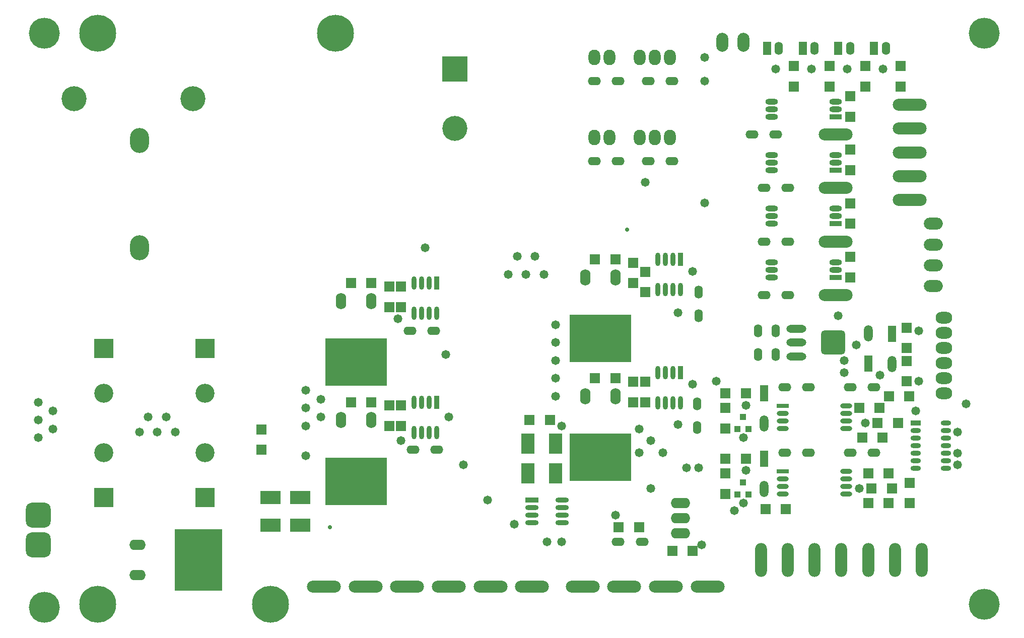
<source format=gts>
G04 Layer_Color=8388736*
%FSLAX43Y43*%
%MOMM*%
G71*
G01*
G75*
%ADD87R,1.727X1.727*%
%ADD88R,1.727X1.727*%
%ADD89R,3.403X2.203*%
%ADD90R,2.203X3.403*%
%ADD91O,2.003X0.803*%
%ADD92R,2.003X0.803*%
%ADD93O,2.113X0.965*%
%ADD94R,2.113X0.965*%
%ADD95O,1.727X0.813*%
%ADD96R,1.727X0.813*%
G04:AMPARAMS|DCode=97|XSize=4.203mm|YSize=4.203mm|CornerRadius=1.102mm|HoleSize=0mm|Usage=FLASHONLY|Rotation=90.000|XOffset=0mm|YOffset=0mm|HoleType=Round|Shape=RoundedRectangle|*
%AMROUNDEDRECTD97*
21,1,4.203,2.000,0,0,90.0*
21,1,2.000,4.203,0,0,90.0*
1,1,2.203,1.000,1.000*
1,1,2.203,1.000,-1.000*
1,1,2.203,-1.000,-1.000*
1,1,2.203,-1.000,1.000*
%
%ADD97ROUNDEDRECTD97*%
%ADD98R,0.838X2.235*%
%ADD99O,0.838X2.235*%
%ADD100R,2.235X0.838*%
%ADD101O,2.235X0.838*%
%ADD102R,8.077X10.363*%
%ADD103O,2.743X1.727*%
%ADD104O,1.727X2.743*%
%ADD105R,10.363X8.077*%
%ADD106O,3.353X1.303*%
%ADD107O,3.353X1.303*%
G04:AMPARAMS|DCode=108|XSize=4.003mm|YSize=4.003mm|CornerRadius=0.482mm|HoleSize=0mm|Usage=FLASHONLY|Rotation=270.000|XOffset=0mm|YOffset=0mm|HoleType=Round|Shape=RoundedRectangle|*
%AMROUNDEDRECTD108*
21,1,4.003,3.040,0,0,270.0*
21,1,3.040,4.003,0,0,270.0*
1,1,0.963,-1.520,-1.520*
1,1,0.963,-1.520,1.520*
1,1,0.963,1.520,1.520*
1,1,0.963,1.520,-1.520*
%
%ADD108ROUNDEDRECTD108*%
%ADD109R,1.003X1.103*%
%ADD110C,0.711*%
%ADD111O,1.403X2.203*%
%ADD112R,1.403X2.203*%
%ADD113C,5.203*%
%ADD114C,6.203*%
%ADD115O,5.703X2.003*%
%ADD116O,2.003X5.703*%
%ADD117O,2.203X1.403*%
%ADD118O,3.251X1.727*%
%ADD119O,2.003X2.603*%
%ADD120R,4.203X4.203*%
%ADD121C,4.203*%
%ADD122R,3.203X3.203*%
%ADD123C,3.203*%
%ADD124O,2.003X3.203*%
%ADD125O,3.203X2.003*%
%ADD126O,2.803X2.003*%
%ADD127O,1.473X2.743*%
%ADD128R,1.473X2.743*%
%ADD129O,3.203X4.203*%
%ADD130C,1.473*%
D87*
X157500Y98000D02*
D03*
Y101429D02*
D03*
X82000Y55000D02*
D03*
Y58429D02*
D03*
X80000Y55000D02*
D03*
Y58429D02*
D03*
X157500Y107000D02*
D03*
Y110429D02*
D03*
X82000Y75000D02*
D03*
Y78429D02*
D03*
X80000Y75000D02*
D03*
Y78429D02*
D03*
X157500Y80000D02*
D03*
Y83429D02*
D03*
X123000Y59000D02*
D03*
Y62429D02*
D03*
X121000Y59000D02*
D03*
Y62429D02*
D03*
X157500Y89000D02*
D03*
Y92429D02*
D03*
X123000Y77500D02*
D03*
Y80929D02*
D03*
X121000Y79000D02*
D03*
Y82429D02*
D03*
X136500Y58000D02*
D03*
Y54571D02*
D03*
X167000Y71500D02*
D03*
Y68071D02*
D03*
Y62500D02*
D03*
Y65929D02*
D03*
X136500Y47000D02*
D03*
Y43571D02*
D03*
X167500Y42000D02*
D03*
Y45429D02*
D03*
X160000Y115500D02*
D03*
Y112071D02*
D03*
X148000Y115500D02*
D03*
Y112071D02*
D03*
X154000Y115500D02*
D03*
Y112071D02*
D03*
X166000Y115500D02*
D03*
Y112071D02*
D03*
X58500Y51000D02*
D03*
Y54429D02*
D03*
D88*
X136500Y60500D02*
D03*
X139929D02*
D03*
X159500Y53000D02*
D03*
X162929D02*
D03*
X159000Y58000D02*
D03*
X162429D02*
D03*
X165500Y55500D02*
D03*
X162071D02*
D03*
X164000Y60000D02*
D03*
X167429D02*
D03*
X136500Y49500D02*
D03*
X139929D02*
D03*
X160500Y47000D02*
D03*
X163929D02*
D03*
X160500Y42000D02*
D03*
X163929D02*
D03*
X164500Y44500D02*
D03*
X161071D02*
D03*
X131000Y34000D02*
D03*
X127571D02*
D03*
X122000Y38000D02*
D03*
X118571D02*
D03*
X77000Y59000D02*
D03*
X73571D02*
D03*
X118000Y63000D02*
D03*
X114571D02*
D03*
X77000Y79000D02*
D03*
X73571D02*
D03*
X118000Y83000D02*
D03*
X114571D02*
D03*
X143250Y41000D02*
D03*
X146679D02*
D03*
X107000Y56000D02*
D03*
X103571D02*
D03*
D89*
X60000Y43000D02*
D03*
Y38300D02*
D03*
X65000Y43000D02*
D03*
Y38300D02*
D03*
D90*
X108000Y52000D02*
D03*
X103300D02*
D03*
X108000Y47000D02*
D03*
X103300D02*
D03*
D91*
X156850Y58405D02*
D03*
Y57135D02*
D03*
Y55865D02*
D03*
Y54595D02*
D03*
X146150D02*
D03*
Y55865D02*
D03*
Y57135D02*
D03*
X156850Y47405D02*
D03*
Y46135D02*
D03*
Y44865D02*
D03*
Y43595D02*
D03*
X146150D02*
D03*
Y44865D02*
D03*
Y46135D02*
D03*
D92*
Y58405D02*
D03*
Y47405D02*
D03*
D93*
X144260Y109540D02*
D03*
Y108270D02*
D03*
Y107000D02*
D03*
X155000Y109540D02*
D03*
Y108270D02*
D03*
X144260Y100540D02*
D03*
Y99270D02*
D03*
Y98000D02*
D03*
X155000Y100540D02*
D03*
Y99270D02*
D03*
X144260Y82540D02*
D03*
Y81270D02*
D03*
Y80000D02*
D03*
X155000Y82540D02*
D03*
Y81270D02*
D03*
X144260Y91540D02*
D03*
Y90270D02*
D03*
Y89000D02*
D03*
X155000Y91540D02*
D03*
Y90270D02*
D03*
D94*
Y107000D02*
D03*
Y98000D02*
D03*
Y80000D02*
D03*
Y89000D02*
D03*
D95*
X173580Y51690D02*
D03*
Y54230D02*
D03*
Y55500D02*
D03*
Y52960D02*
D03*
Y50420D02*
D03*
Y49150D02*
D03*
X168500Y50420D02*
D03*
Y49150D02*
D03*
Y47880D02*
D03*
X173580D02*
D03*
X168500Y51690D02*
D03*
Y52960D02*
D03*
Y54230D02*
D03*
D96*
Y55500D02*
D03*
D97*
X21000Y40000D02*
D03*
Y35000D02*
D03*
D98*
X88000Y59000D02*
D03*
Y79000D02*
D03*
X129000Y64000D02*
D03*
Y83000D02*
D03*
D99*
X86730Y59000D02*
D03*
X85460D02*
D03*
X84190D02*
D03*
X88000Y53920D02*
D03*
X86730D02*
D03*
X85460D02*
D03*
X84190D02*
D03*
X86730Y79000D02*
D03*
X85460D02*
D03*
X84190D02*
D03*
X88000Y73920D02*
D03*
X86730D02*
D03*
X85460D02*
D03*
X84190D02*
D03*
X127730Y64000D02*
D03*
X126460D02*
D03*
X125190D02*
D03*
X129000Y58920D02*
D03*
X127730D02*
D03*
X126460D02*
D03*
X125190D02*
D03*
X127730Y83000D02*
D03*
X126460D02*
D03*
X125190D02*
D03*
X129000Y77920D02*
D03*
X127730D02*
D03*
X126460D02*
D03*
X125190D02*
D03*
D100*
X104000Y42500D02*
D03*
D101*
Y41230D02*
D03*
Y39960D02*
D03*
Y38690D02*
D03*
X109080Y42500D02*
D03*
Y41230D02*
D03*
Y39960D02*
D03*
Y38690D02*
D03*
D102*
X47967Y32460D02*
D03*
D103*
X37680Y35000D02*
D03*
Y29920D02*
D03*
D104*
X71920Y56000D02*
D03*
X77000D02*
D03*
X112920Y80000D02*
D03*
X118000D02*
D03*
X112920Y60000D02*
D03*
X118000D02*
D03*
X71920Y76000D02*
D03*
X77000D02*
D03*
D105*
X74460Y45713D02*
D03*
X115460Y69713D02*
D03*
Y49713D02*
D03*
X74460Y65713D02*
D03*
D106*
X148400Y71300D02*
D03*
Y66700D02*
D03*
D107*
Y69000D02*
D03*
D108*
X154600Y69000D02*
D03*
D109*
X139450Y56500D02*
D03*
X138500Y54500D02*
D03*
X140400D02*
D03*
X139450Y45500D02*
D03*
X138500Y43500D02*
D03*
X140400D02*
D03*
D110*
X120000Y88000D02*
D03*
X70000Y38000D02*
D03*
D111*
X157500Y118500D02*
D03*
X145500D02*
D03*
X151500D02*
D03*
X163500D02*
D03*
X145000Y71000D02*
D03*
Y67000D02*
D03*
X142000Y71000D02*
D03*
Y67000D02*
D03*
X132000Y77500D02*
D03*
Y73500D02*
D03*
X131750Y58750D02*
D03*
Y54750D02*
D03*
D112*
X155500Y118500D02*
D03*
X143500D02*
D03*
X149500D02*
D03*
X161500D02*
D03*
D113*
X22000Y24500D02*
D03*
Y121000D02*
D03*
X180000D02*
D03*
Y25000D02*
D03*
D114*
X31000D02*
D03*
X60000D02*
D03*
X71000Y121000D02*
D03*
X31000D02*
D03*
D115*
X69000Y28000D02*
D03*
X90000D02*
D03*
X76000D02*
D03*
X97000D02*
D03*
X83000D02*
D03*
X104000D02*
D03*
X155000Y104000D02*
D03*
Y95000D02*
D03*
Y86000D02*
D03*
Y77000D02*
D03*
X112500Y28000D02*
D03*
X119500D02*
D03*
X126500D02*
D03*
X133500D02*
D03*
X167500Y93000D02*
D03*
Y97000D02*
D03*
Y101000D02*
D03*
Y105000D02*
D03*
Y109000D02*
D03*
D116*
X147000Y32500D02*
D03*
X142500D02*
D03*
X169500D02*
D03*
X165000D02*
D03*
X160500D02*
D03*
X156000D02*
D03*
X151500D02*
D03*
D117*
X122500Y35500D02*
D03*
X118500D02*
D03*
X150500Y61500D02*
D03*
X146500D02*
D03*
X161500Y50500D02*
D03*
X157500D02*
D03*
X150500D02*
D03*
X146500D02*
D03*
X127500Y99500D02*
D03*
X123500D02*
D03*
X118500D02*
D03*
X114500D02*
D03*
X127500Y113000D02*
D03*
X123500D02*
D03*
X118500D02*
D03*
X114500D02*
D03*
X143000Y95000D02*
D03*
X147000D02*
D03*
X88000Y51000D02*
D03*
X84000D02*
D03*
X141000Y104000D02*
D03*
X145000D02*
D03*
X87500Y71000D02*
D03*
X83500D02*
D03*
X143000Y77000D02*
D03*
X147000D02*
D03*
X143000Y86000D02*
D03*
X147000D02*
D03*
X161500Y61500D02*
D03*
X157500D02*
D03*
D118*
X129000Y36920D02*
D03*
Y39460D02*
D03*
Y42000D02*
D03*
D119*
X114500Y117000D02*
D03*
X117040D02*
D03*
X122120D02*
D03*
X124660D02*
D03*
X127200D02*
D03*
X114500Y103500D02*
D03*
X117040D02*
D03*
X122120D02*
D03*
X124660D02*
D03*
X127200D02*
D03*
D120*
X91000Y115000D02*
D03*
D121*
Y105000D02*
D03*
X27000Y110000D02*
D03*
X47000D02*
D03*
D122*
X32000Y68000D02*
D03*
Y43000D02*
D03*
X49000Y68000D02*
D03*
Y43000D02*
D03*
D123*
X32000Y60500D02*
D03*
Y50500D02*
D03*
X49000Y60500D02*
D03*
Y50500D02*
D03*
D124*
X139500Y119500D02*
D03*
X136000D02*
D03*
D125*
X171500Y78500D02*
D03*
Y82000D02*
D03*
Y85500D02*
D03*
Y89000D02*
D03*
D126*
X173250Y73200D02*
D03*
Y70660D02*
D03*
Y68120D02*
D03*
Y65580D02*
D03*
Y63040D02*
D03*
Y60500D02*
D03*
D127*
X143000Y55420D02*
D03*
X160500Y70580D02*
D03*
X164500Y65420D02*
D03*
X143000Y44420D02*
D03*
D128*
Y60500D02*
D03*
X160500Y65500D02*
D03*
X164500Y70500D02*
D03*
X143000Y49500D02*
D03*
D129*
X38000Y103000D02*
D03*
Y85000D02*
D03*
D130*
X162500Y63500D02*
D03*
X169000Y62500D02*
D03*
X135000D02*
D03*
X140000Y47500D02*
D03*
Y58500D02*
D03*
X86000Y85000D02*
D03*
X133000Y92500D02*
D03*
X123000Y96000D02*
D03*
X169000Y71000D02*
D03*
X158500Y68580D02*
D03*
X132500Y35000D02*
D03*
X106500Y35500D02*
D03*
X109000D02*
D03*
X138000Y40750D02*
D03*
X163000Y115000D02*
D03*
X157000D02*
D03*
X151000D02*
D03*
X145000D02*
D03*
X175500Y48500D02*
D03*
X156500Y64000D02*
D03*
Y66000D02*
D03*
X155500Y73500D02*
D03*
X139500Y42000D02*
D03*
X132000Y48000D02*
D03*
X130000D02*
D03*
X133000Y113000D02*
D03*
Y117000D02*
D03*
X128500Y74000D02*
D03*
X131000Y62000D02*
D03*
X128500Y55250D02*
D03*
X131000Y81000D02*
D03*
X175500Y50420D02*
D03*
Y54000D02*
D03*
X168500Y57500D02*
D03*
X160000Y55500D02*
D03*
X90000Y56500D02*
D03*
X89500Y67000D02*
D03*
X21000Y59000D02*
D03*
X118000Y40000D02*
D03*
X66000Y50000D02*
D03*
X139500Y53000D02*
D03*
X159000Y44500D02*
D03*
X81500Y73000D02*
D03*
X92500Y48500D02*
D03*
X101000Y38500D02*
D03*
X96500Y42500D02*
D03*
X82000Y52500D02*
D03*
X21000Y56000D02*
D03*
Y53000D02*
D03*
X23500Y57500D02*
D03*
Y54500D02*
D03*
X44000Y54000D02*
D03*
X38000D02*
D03*
X39500Y56500D02*
D03*
X41000Y54000D02*
D03*
X42500Y56500D02*
D03*
X68500D02*
D03*
X66000Y55000D02*
D03*
Y58000D02*
D03*
Y61000D02*
D03*
X68500Y59500D02*
D03*
X106000Y80500D02*
D03*
X103000D02*
D03*
X100000D02*
D03*
X101500Y83500D02*
D03*
X104500D02*
D03*
X108000Y60000D02*
D03*
Y63000D02*
D03*
Y66000D02*
D03*
Y69000D02*
D03*
Y72000D02*
D03*
X124000Y44500D02*
D03*
X109000Y55000D02*
D03*
X122000Y50500D02*
D03*
X126000D02*
D03*
X122000Y54500D02*
D03*
X124000Y52500D02*
D03*
X177000Y58750D02*
D03*
M02*

</source>
